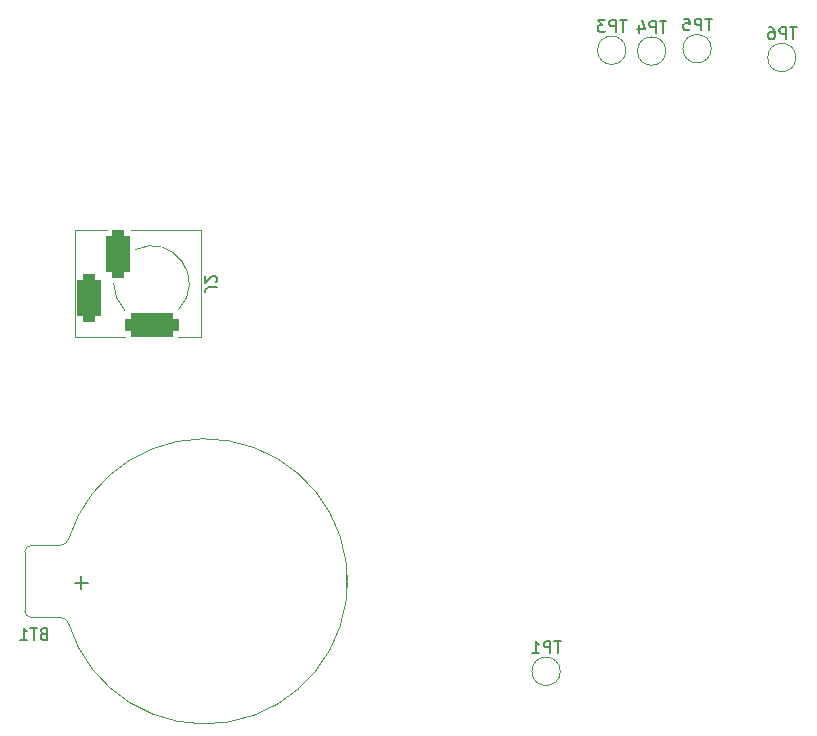
<source format=gbr>
%TF.GenerationSoftware,KiCad,Pcbnew,(6.0.5)*%
%TF.CreationDate,2022-07-22T19:51:40-04:00*%
%TF.ProjectId,Kyamaries-HPS-Clock,4b79616d-6172-4696-9573-2d4850532d43,rev?*%
%TF.SameCoordinates,PX4cdb1d4PY8a63396*%
%TF.FileFunction,Legend,Bot*%
%TF.FilePolarity,Positive*%
%FSLAX46Y46*%
G04 Gerber Fmt 4.6, Leading zero omitted, Abs format (unit mm)*
G04 Created by KiCad (PCBNEW (6.0.5)) date 2022-07-22 19:51:40*
%MOMM*%
%LPD*%
G01*
G04 APERTURE LIST*
G04 Aperture macros list*
%AMRoundRect*
0 Rectangle with rounded corners*
0 $1 Rounding radius*
0 $2 $3 $4 $5 $6 $7 $8 $9 X,Y pos of 4 corners*
0 Add a 4 corners polygon primitive as box body*
4,1,4,$2,$3,$4,$5,$6,$7,$8,$9,$2,$3,0*
0 Add four circle primitives for the rounded corners*
1,1,$1+$1,$2,$3*
1,1,$1+$1,$4,$5*
1,1,$1+$1,$6,$7*
1,1,$1+$1,$8,$9*
0 Add four rect primitives between the rounded corners*
20,1,$1+$1,$2,$3,$4,$5,0*
20,1,$1+$1,$4,$5,$6,$7,0*
20,1,$1+$1,$6,$7,$8,$9,0*
20,1,$1+$1,$8,$9,$2,$3,0*%
G04 Aperture macros list end*
%ADD10C,0.150000*%
%ADD11C,0.120000*%
%ADD12C,3.200000*%
%ADD13C,1.440000*%
%ADD14C,2.000000*%
%ADD15C,3.000000*%
%ADD16R,1.800000X2.600000*%
%ADD17O,1.800000X2.600000*%
%ADD18R,1.700000X1.700000*%
%ADD19O,1.700000X1.700000*%
%ADD20RoundRect,0.500000X0.500000X-1.500000X0.500000X1.500000X-0.500000X1.500000X-0.500000X-1.500000X0*%
%ADD21RoundRect,0.500000X-1.750000X-0.500000X1.750000X-0.500000X1.750000X0.500000X-1.750000X0.500000X0*%
%ADD22R,1.600000X1.600000*%
%ADD23O,1.600000X1.600000*%
%ADD24R,3.000000X3.000000*%
G04 APERTURE END LIST*
D10*
%TO.C,J2*%
X21093247Y50615677D02*
X20378961Y50615677D01*
X20236104Y50568058D01*
X20140866Y50472820D01*
X20093247Y50329963D01*
X20093247Y50234725D01*
X20998008Y51044249D02*
X21045628Y51091868D01*
X21093247Y51187106D01*
X21093247Y51425201D01*
X21045628Y51520439D01*
X20998008Y51568058D01*
X20902770Y51615677D01*
X20807532Y51615677D01*
X20664675Y51568058D01*
X20093247Y50996630D01*
X20093247Y51615677D01*
%TO.C,TP1*%
X50212636Y20655530D02*
X49641208Y20655530D01*
X49926922Y19655530D02*
X49926922Y20655530D01*
X49307874Y19655530D02*
X49307874Y20655530D01*
X48926922Y20655530D01*
X48831684Y20607910D01*
X48784065Y20560291D01*
X48736446Y20465053D01*
X48736446Y20322196D01*
X48784065Y20226958D01*
X48831684Y20179339D01*
X48926922Y20131720D01*
X49307874Y20131720D01*
X47784065Y19655530D02*
X48355493Y19655530D01*
X48069779Y19655530D02*
X48069779Y20655530D01*
X48165017Y20512672D01*
X48260255Y20417434D01*
X48355493Y20369815D01*
%TO.C,TP3*%
X55769403Y73239012D02*
X55197975Y73239012D01*
X55483689Y72239012D02*
X55483689Y73239012D01*
X54864641Y72239012D02*
X54864641Y73239012D01*
X54483689Y73239012D01*
X54388451Y73191392D01*
X54340832Y73143773D01*
X54293213Y73048535D01*
X54293213Y72905678D01*
X54340832Y72810440D01*
X54388451Y72762821D01*
X54483689Y72715202D01*
X54864641Y72715202D01*
X53959879Y73239012D02*
X53340832Y73239012D01*
X53674165Y72858059D01*
X53531308Y72858059D01*
X53436070Y72810440D01*
X53388451Y72762821D01*
X53340832Y72667583D01*
X53340832Y72429488D01*
X53388451Y72334250D01*
X53436070Y72286631D01*
X53531308Y72239012D01*
X53817022Y72239012D01*
X53912260Y72286631D01*
X53959879Y72334250D01*
%TO.C,TP4*%
X59147235Y73170237D02*
X58575807Y73170237D01*
X58861521Y72170237D02*
X58861521Y73170237D01*
X58242473Y72170237D02*
X58242473Y73170237D01*
X57861521Y73170237D01*
X57766283Y73122617D01*
X57718664Y73074998D01*
X57671045Y72979760D01*
X57671045Y72836903D01*
X57718664Y72741665D01*
X57766283Y72694046D01*
X57861521Y72646427D01*
X58242473Y72646427D01*
X56813902Y72836903D02*
X56813902Y72170237D01*
X57051997Y73217856D02*
X57290092Y72503570D01*
X56671045Y72503570D01*
%TO.C,TP6*%
X70172281Y72628283D02*
X69600853Y72628283D01*
X69886567Y71628283D02*
X69886567Y72628283D01*
X69267519Y71628283D02*
X69267519Y72628283D01*
X68886567Y72628283D01*
X68791329Y72580663D01*
X68743710Y72533044D01*
X68696091Y72437806D01*
X68696091Y72294949D01*
X68743710Y72199711D01*
X68791329Y72152092D01*
X68886567Y72104473D01*
X69267519Y72104473D01*
X67838948Y72628283D02*
X68029424Y72628283D01*
X68124662Y72580663D01*
X68172281Y72533044D01*
X68267519Y72390187D01*
X68315138Y72199711D01*
X68315138Y71818759D01*
X68267519Y71723521D01*
X68219900Y71675902D01*
X68124662Y71628283D01*
X67934186Y71628283D01*
X67838948Y71675902D01*
X67791329Y71723521D01*
X67743710Y71818759D01*
X67743710Y72056854D01*
X67791329Y72152092D01*
X67838948Y72199711D01*
X67934186Y72247330D01*
X68124662Y72247330D01*
X68219900Y72199711D01*
X68267519Y72152092D01*
X68315138Y72056854D01*
%TO.C,TP5*%
X62997526Y73376561D02*
X62426098Y73376561D01*
X62711812Y72376561D02*
X62711812Y73376561D01*
X62092764Y72376561D02*
X62092764Y73376561D01*
X61711812Y73376561D01*
X61616574Y73328941D01*
X61568955Y73281322D01*
X61521336Y73186084D01*
X61521336Y73043227D01*
X61568955Y72947989D01*
X61616574Y72900370D01*
X61711812Y72852751D01*
X62092764Y72852751D01*
X60616574Y73376561D02*
X61092764Y73376561D01*
X61140383Y72900370D01*
X61092764Y72947989D01*
X60997526Y72995608D01*
X60759431Y72995608D01*
X60664193Y72947989D01*
X60616574Y72900370D01*
X60568955Y72805132D01*
X60568955Y72567037D01*
X60616574Y72471799D01*
X60664193Y72424180D01*
X60759431Y72376561D01*
X60997526Y72376561D01*
X61092764Y72424180D01*
X61140383Y72471799D01*
%TO.C,BT1*%
X6392760Y21301355D02*
X6249903Y21253736D01*
X6202284Y21206117D01*
X6154665Y21110879D01*
X6154665Y20968022D01*
X6202284Y20872784D01*
X6249903Y20825165D01*
X6345141Y20777546D01*
X6726093Y20777546D01*
X6726093Y21777546D01*
X6392760Y21777546D01*
X6297522Y21729926D01*
X6249903Y21682307D01*
X6202284Y21587069D01*
X6202284Y21491831D01*
X6249903Y21396593D01*
X6297522Y21348974D01*
X6392760Y21301355D01*
X6726093Y21301355D01*
X5868950Y21777546D02*
X5297522Y21777546D01*
X5583236Y20777546D02*
X5583236Y21777546D01*
X4440379Y20777546D02*
X5011807Y20777546D01*
X4726093Y20777546D02*
X4726093Y21777546D01*
X4821331Y21634688D01*
X4916569Y21539450D01*
X5011807Y21491831D01*
X10178474Y25622784D02*
X9035617Y25622784D01*
X9607046Y25051355D02*
X9607046Y26194212D01*
D11*
%TO.C,J2*%
X12345628Y50949010D02*
G75*
G03*
X13282886Y48686268I3199997J-2D01*
G01*
X17845628Y48749010D02*
G75*
G03*
X14161923Y53815255I-2300000J2200000D01*
G01*
X9045628Y46449010D02*
X13295628Y46449010D01*
X19745628Y46449010D02*
X17795628Y46449010D01*
X19745628Y46449010D02*
X19745628Y55449010D01*
X19745628Y55449010D02*
X13795628Y55449010D01*
X9045628Y46449010D02*
X9045628Y55449010D01*
X9045628Y55449010D02*
X11795628Y55449010D01*
%TO.C,TP1*%
X50150732Y18109910D02*
G75*
G03*
X50150732Y18109910I-1200000J0D01*
G01*
%TO.C,TP3*%
X55707499Y70693392D02*
G75*
G03*
X55707499Y70693392I-1200000J0D01*
G01*
%TO.C,TP4*%
X59085331Y70624617D02*
G75*
G03*
X59085331Y70624617I-1200000J0D01*
G01*
%TO.C,TP6*%
X70110377Y70082663D02*
G75*
G03*
X70110377Y70082663I-1200000J0D01*
G01*
%TO.C,TP5*%
X62935622Y70830941D02*
G75*
G03*
X62935622Y70830941I-1200000J0D01*
G01*
%TO.C,BT1*%
X4807046Y23229926D02*
X4807046Y28229926D01*
X7807046Y22679926D02*
X5357046Y22679926D01*
X5357046Y28779926D02*
X7807046Y28779926D01*
X32120489Y25213935D02*
G75*
G03*
X8507046Y29249926I-12063443J515991D01*
G01*
X8511815Y22186441D02*
G75*
G03*
X7807046Y22679926I-704769J-256515D01*
G01*
X8507046Y22209926D02*
G75*
G03*
X32120489Y26245917I11550000J3520000D01*
G01*
X7807046Y28779926D02*
G75*
G03*
X8511815Y29273411I0J750000D01*
G01*
X4807046Y23229926D02*
G75*
G03*
X5357046Y22679926I549999J-1D01*
G01*
X5357046Y28779926D02*
G75*
G03*
X4807046Y28229926I-1J-549999D01*
G01*
%TD*%
%LPC*%
D12*
%TO.C,H4*%
X134410732Y5109910D03*
%TD*%
D13*
%TO.C,RV1*%
X21010732Y76529910D03*
X23550732Y79069910D03*
X21010732Y81609910D03*
%TD*%
D14*
%TO.C,TP2*%
X113578740Y83329643D03*
%TD*%
D15*
%TO.C,DS1*%
X34311632Y76529910D03*
X109310212Y45529210D03*
X34311632Y45529210D03*
X109310732Y76529910D03*
D16*
X39810732Y76529910D03*
D17*
X42350732Y76529910D03*
X44890732Y76529910D03*
X47430732Y76529910D03*
X49970732Y76529910D03*
X52510732Y76529910D03*
X55050732Y76529910D03*
X57590732Y76529910D03*
X60130732Y76529910D03*
X62670732Y76529910D03*
X65210732Y76529910D03*
X67750732Y76529910D03*
X70290732Y76529910D03*
X72830732Y76529910D03*
X75370732Y76529910D03*
X77910732Y76529910D03*
%TD*%
D18*
%TO.C,J1*%
X120070732Y11759910D03*
D19*
X120070732Y14299910D03*
X120070732Y16839910D03*
X120070732Y19379910D03*
X120070732Y21919910D03*
X120070732Y24459910D03*
%TD*%
D18*
%TO.C,J3*%
X71810732Y35889910D03*
D19*
X74350732Y35889910D03*
X71810732Y33349910D03*
X74350732Y33349910D03*
X71810732Y30809910D03*
X74350732Y30809910D03*
%TD*%
D12*
%TO.C,H2*%
X134410732Y85109910D03*
%TD*%
D20*
%TO.C,J2*%
X12745628Y53449010D03*
X10245628Y49749010D03*
D21*
X15545628Y47449010D03*
%TD*%
D12*
%TO.C,H3*%
X4410732Y5109910D03*
%TD*%
D22*
%TO.C,U3*%
X40033426Y37166191D03*
D23*
X40033426Y34626191D03*
X40033426Y32086191D03*
X40033426Y29546191D03*
X47653426Y29546191D03*
X47653426Y32086191D03*
X47653426Y34626191D03*
X47653426Y37166191D03*
%TD*%
D12*
%TO.C,H1*%
X4410732Y85109910D03*
%TD*%
D22*
%TO.C,U1*%
X47690732Y14309910D03*
D23*
X50230732Y14309910D03*
X52770732Y14309910D03*
X55310732Y14309910D03*
X57850732Y14309910D03*
X60390732Y14309910D03*
X62930732Y14309910D03*
X65470732Y14309910D03*
X68010732Y14309910D03*
X70550732Y14309910D03*
X73090732Y14309910D03*
X75630732Y14309910D03*
X78170732Y14309910D03*
X80710732Y14309910D03*
X80710732Y21929910D03*
X78170732Y21929910D03*
X75630732Y21929910D03*
X73090732Y21929910D03*
X70550732Y21929910D03*
X68010732Y21929910D03*
X65470732Y21929910D03*
X62930732Y21929910D03*
X60390732Y21929910D03*
X57850732Y21929910D03*
X55310732Y21929910D03*
X52770732Y21929910D03*
X50230732Y21929910D03*
X47690732Y21929910D03*
%TD*%
D14*
%TO.C,TP1*%
X48950732Y18109910D03*
%TD*%
%TO.C,TP3*%
X54507499Y70693392D03*
%TD*%
%TO.C,TP4*%
X57885331Y70624617D03*
%TD*%
%TO.C,TP6*%
X68910377Y70082663D03*
%TD*%
%TO.C,TP5*%
X61735622Y70830941D03*
%TD*%
D24*
%TO.C,BT1*%
X6857046Y25729926D03*
D15*
X27347046Y25729926D03*
%TD*%
M02*

</source>
